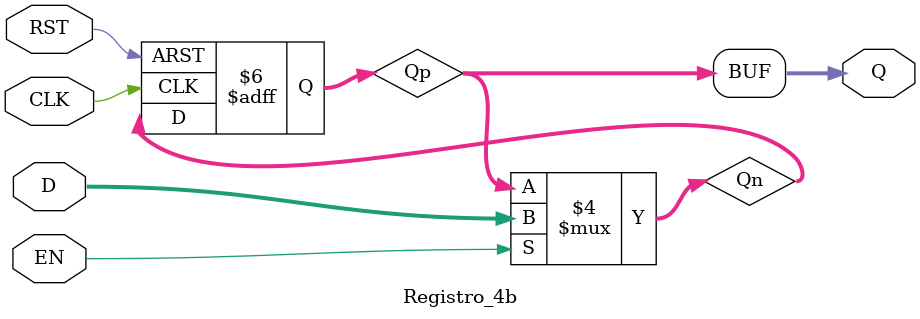
<source format=v>
module Registro_4b (
	input			RST,	//	Reset maestro
	input			CLK,	//	Reloj maestro
	input			EN,		//	Habilitacion
	input[3:0]		D,		//	Entrada
	output reg[3:0]	Q		//	Salida
	);	
	
	reg[3:0] Qp, Qn; 
	
	always @ (Qp,EN,D)
	begin : Combinacional 
		if (EN)
			Qn = D;		//	Cargar
		else
			Qn = Qp;	//	Sostener
		Q = Qp;
	end
	
	always @ (posedge RST or posedge CLK)
	begin : Secuencial
		if (RST)
			Qp <= 0;
		else
			Qp <= Qn;
	end
	
	/*	always @ (posedge RST or posedge CLK)
	begin 
		if (RST)
			Q <= 0;
		else begin 
			if (EN)
				Q <= D;	//	Cargar
			else
				Q <= Q;	//	Sostener
		end
	end	 */
	
endmodule

</source>
